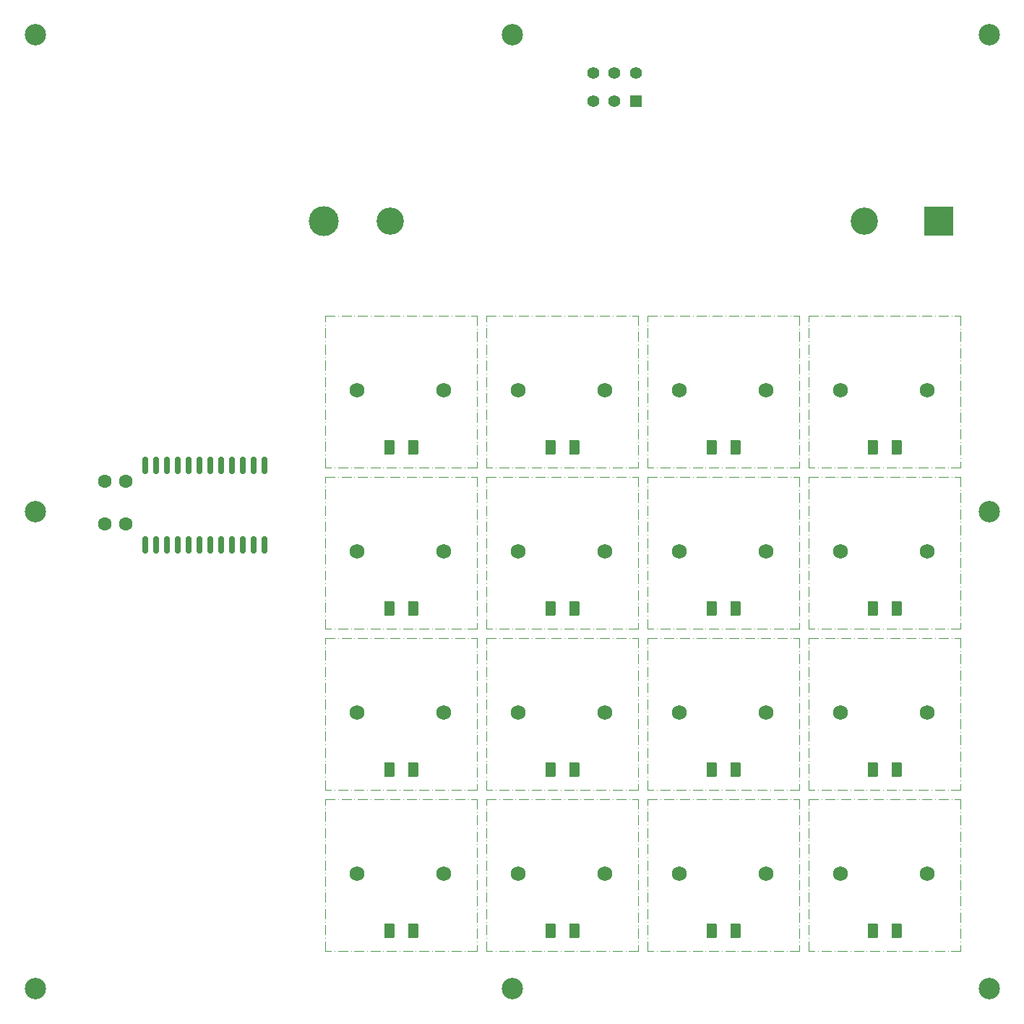
<source format=gbr>
%TF.GenerationSoftware,KiCad,Pcbnew,7.0.9*%
%TF.CreationDate,2024-05-12T14:32:29+05:30*%
%TF.ProjectId,Analog_Macropad,416e616c-6f67-45f4-9d61-63726f706164,rev?*%
%TF.SameCoordinates,Original*%
%TF.FileFunction,Soldermask,Top*%
%TF.FilePolarity,Negative*%
%FSLAX46Y46*%
G04 Gerber Fmt 4.6, Leading zero omitted, Abs format (unit mm)*
G04 Created by KiCad (PCBNEW 7.0.9) date 2024-05-12 14:32:29*
%MOMM*%
%LPD*%
G01*
G04 APERTURE LIST*
G04 Aperture macros list*
%AMRoundRect*
0 Rectangle with rounded corners*
0 $1 Rounding radius*
0 $2 $3 $4 $5 $6 $7 $8 $9 X,Y pos of 4 corners*
0 Add a 4 corners polygon primitive as box body*
4,1,4,$2,$3,$4,$5,$6,$7,$8,$9,$2,$3,0*
0 Add four circle primitives for the rounded corners*
1,1,$1+$1,$2,$3*
1,1,$1+$1,$4,$5*
1,1,$1+$1,$6,$7*
1,1,$1+$1,$8,$9*
0 Add four rect primitives between the rounded corners*
20,1,$1+$1,$2,$3,$4,$5,0*
20,1,$1+$1,$4,$5,$6,$7,0*
20,1,$1+$1,$6,$7,$8,$9,0*
20,1,$1+$1,$8,$9,$2,$3,0*%
G04 Aperture macros list end*
%ADD10C,0.100000*%
%ADD11C,2.500000*%
%ADD12C,1.750000*%
%ADD13RoundRect,0.250000X-0.375000X-0.625000X0.375000X-0.625000X0.375000X0.625000X-0.375000X0.625000X0*%
%ADD14C,1.600000*%
%ADD15RoundRect,0.150000X-0.150000X0.875000X-0.150000X-0.875000X0.150000X-0.875000X0.150000X0.875000X0*%
%ADD16R,1.400000X1.400000*%
%ADD17C,1.400000*%
%ADD18C,3.500000*%
%ADD19R,3.500000X3.500000*%
%ADD20C,3.200000*%
G04 APERTURE END LIST*
D10*
%TO.C,U7*%
X68850000Y-68090000D02*
X69950000Y-68090000D01*
X70350000Y-68090000D02*
X70350000Y-68090000D01*
X70750000Y-68090000D02*
X71850000Y-68090000D01*
X72250000Y-68090000D02*
X72250000Y-68090000D01*
X72650000Y-68090000D02*
X73750000Y-68090000D01*
X74150000Y-68090000D02*
X74150000Y-68090000D01*
X74550000Y-68090000D02*
X75650000Y-68090000D01*
X76050000Y-68090000D02*
X76050000Y-68090000D01*
X76450000Y-68090000D02*
X77550000Y-68090000D01*
X77950000Y-68090000D02*
X77950000Y-68090000D01*
X78350000Y-68090000D02*
X79450000Y-68090000D01*
X79850000Y-68090000D02*
X79850000Y-68090000D01*
X80250000Y-68090000D02*
X81350000Y-68090000D01*
X81750000Y-68090000D02*
X81750000Y-68090000D01*
X82150000Y-68090000D02*
X83250000Y-68090000D01*
X83650000Y-68090000D02*
X83650000Y-68090000D01*
X84050000Y-68090000D02*
X85150000Y-68090000D01*
X85550000Y-68090000D02*
X85550000Y-68090000D01*
X85950000Y-68090000D02*
X86630000Y-68090000D01*
X86630000Y-68090000D02*
X86630000Y-69190000D01*
X86630000Y-69590000D02*
X86630000Y-69590000D01*
X86630000Y-69990000D02*
X86630000Y-71090000D01*
X86630000Y-71490000D02*
X86630000Y-71490000D01*
X86630000Y-71890000D02*
X86630000Y-72990000D01*
X86630000Y-73390000D02*
X86630000Y-73390000D01*
X86630000Y-73790000D02*
X86630000Y-74890000D01*
X86630000Y-75290000D02*
X86630000Y-75290000D01*
X86630000Y-75690000D02*
X86630000Y-76790000D01*
X86630000Y-77190000D02*
X86630000Y-77190000D01*
X86630000Y-77590000D02*
X86630000Y-78690000D01*
X86630000Y-79090000D02*
X86630000Y-79090000D01*
X86630000Y-79490000D02*
X86630000Y-80590000D01*
X86630000Y-80990000D02*
X86630000Y-80990000D01*
X86630000Y-81390000D02*
X86630000Y-82490000D01*
X86630000Y-82890000D02*
X86630000Y-82890000D01*
X86630000Y-83290000D02*
X86630000Y-84390000D01*
X86630000Y-84790000D02*
X86630000Y-84790000D01*
X86630000Y-85190000D02*
X86630000Y-85870000D01*
X86630000Y-85870000D02*
X85530000Y-85870000D01*
X85130000Y-85870000D02*
X85130000Y-85870000D01*
X84730000Y-85870000D02*
X83630000Y-85870000D01*
X83230000Y-85870000D02*
X83230000Y-85870000D01*
X82830000Y-85870000D02*
X81730000Y-85870000D01*
X81330000Y-85870000D02*
X81330000Y-85870000D01*
X80930000Y-85870000D02*
X79830000Y-85870000D01*
X79430000Y-85870000D02*
X79430000Y-85870000D01*
X79030000Y-85870000D02*
X77930000Y-85870000D01*
X77530000Y-85870000D02*
X77530000Y-85870000D01*
X77130000Y-85870000D02*
X76030000Y-85870000D01*
X75630000Y-85870000D02*
X75630000Y-85870000D01*
X75230000Y-85870000D02*
X74130000Y-85870000D01*
X73730000Y-85870000D02*
X73730000Y-85870000D01*
X73330000Y-85870000D02*
X72230000Y-85870000D01*
X71830000Y-85870000D02*
X71830000Y-85870000D01*
X71430000Y-85870000D02*
X70330000Y-85870000D01*
X69930000Y-85870000D02*
X69930000Y-85870000D01*
X69530000Y-85870000D02*
X68850000Y-85870000D01*
X68850000Y-85870000D02*
X68850000Y-84770000D01*
X68850000Y-84370000D02*
X68850000Y-84370000D01*
X68850000Y-83970000D02*
X68850000Y-82870000D01*
X68850000Y-82470000D02*
X68850000Y-82470000D01*
X68850000Y-82070000D02*
X68850000Y-80970000D01*
X68850000Y-80570000D02*
X68850000Y-80570000D01*
X68850000Y-80170000D02*
X68850000Y-79070000D01*
X68850000Y-78670000D02*
X68850000Y-78670000D01*
X68850000Y-78270000D02*
X68850000Y-77170000D01*
X68850000Y-76770000D02*
X68850000Y-76770000D01*
X68850000Y-76370000D02*
X68850000Y-75270000D01*
X68850000Y-74870000D02*
X68850000Y-74870000D01*
X68850000Y-74470000D02*
X68850000Y-73370000D01*
X68850000Y-72970000D02*
X68850000Y-72970000D01*
X68850000Y-72570000D02*
X68850000Y-71470000D01*
X68850000Y-71070000D02*
X68850000Y-71070000D01*
X68850000Y-70670000D02*
X68850000Y-69570000D01*
X68850000Y-69170000D02*
X68850000Y-69170000D01*
X68850000Y-68770000D02*
X68850000Y-68090000D01*
%TO.C,U6*%
X49970000Y-68090000D02*
X51070000Y-68090000D01*
X51470000Y-68090000D02*
X51470000Y-68090000D01*
X51870000Y-68090000D02*
X52970000Y-68090000D01*
X53370000Y-68090000D02*
X53370000Y-68090000D01*
X53770000Y-68090000D02*
X54870000Y-68090000D01*
X55270000Y-68090000D02*
X55270000Y-68090000D01*
X55670000Y-68090000D02*
X56770000Y-68090000D01*
X57170000Y-68090000D02*
X57170000Y-68090000D01*
X57570000Y-68090000D02*
X58670000Y-68090000D01*
X59070000Y-68090000D02*
X59070000Y-68090000D01*
X59470000Y-68090000D02*
X60570000Y-68090000D01*
X60970000Y-68090000D02*
X60970000Y-68090000D01*
X61370000Y-68090000D02*
X62470000Y-68090000D01*
X62870000Y-68090000D02*
X62870000Y-68090000D01*
X63270000Y-68090000D02*
X64370000Y-68090000D01*
X64770000Y-68090000D02*
X64770000Y-68090000D01*
X65170000Y-68090000D02*
X66270000Y-68090000D01*
X66670000Y-68090000D02*
X66670000Y-68090000D01*
X67070000Y-68090000D02*
X67750000Y-68090000D01*
X67750000Y-68090000D02*
X67750000Y-69190000D01*
X67750000Y-69590000D02*
X67750000Y-69590000D01*
X67750000Y-69990000D02*
X67750000Y-71090000D01*
X67750000Y-71490000D02*
X67750000Y-71490000D01*
X67750000Y-71890000D02*
X67750000Y-72990000D01*
X67750000Y-73390000D02*
X67750000Y-73390000D01*
X67750000Y-73790000D02*
X67750000Y-74890000D01*
X67750000Y-75290000D02*
X67750000Y-75290000D01*
X67750000Y-75690000D02*
X67750000Y-76790000D01*
X67750000Y-77190000D02*
X67750000Y-77190000D01*
X67750000Y-77590000D02*
X67750000Y-78690000D01*
X67750000Y-79090000D02*
X67750000Y-79090000D01*
X67750000Y-79490000D02*
X67750000Y-80590000D01*
X67750000Y-80990000D02*
X67750000Y-80990000D01*
X67750000Y-81390000D02*
X67750000Y-82490000D01*
X67750000Y-82890000D02*
X67750000Y-82890000D01*
X67750000Y-83290000D02*
X67750000Y-84390000D01*
X67750000Y-84790000D02*
X67750000Y-84790000D01*
X67750000Y-85190000D02*
X67750000Y-85870000D01*
X67750000Y-85870000D02*
X66650000Y-85870000D01*
X66250000Y-85870000D02*
X66250000Y-85870000D01*
X65850000Y-85870000D02*
X64750000Y-85870000D01*
X64350000Y-85870000D02*
X64350000Y-85870000D01*
X63950000Y-85870000D02*
X62850000Y-85870000D01*
X62450000Y-85870000D02*
X62450000Y-85870000D01*
X62050000Y-85870000D02*
X60950000Y-85870000D01*
X60550000Y-85870000D02*
X60550000Y-85870000D01*
X60150000Y-85870000D02*
X59050000Y-85870000D01*
X58650000Y-85870000D02*
X58650000Y-85870000D01*
X58250000Y-85870000D02*
X57150000Y-85870000D01*
X56750000Y-85870000D02*
X56750000Y-85870000D01*
X56350000Y-85870000D02*
X55250000Y-85870000D01*
X54850000Y-85870000D02*
X54850000Y-85870000D01*
X54450000Y-85870000D02*
X53350000Y-85870000D01*
X52950000Y-85870000D02*
X52950000Y-85870000D01*
X52550000Y-85870000D02*
X51450000Y-85870000D01*
X51050000Y-85870000D02*
X51050000Y-85870000D01*
X50650000Y-85870000D02*
X49970000Y-85870000D01*
X49970000Y-85870000D02*
X49970000Y-84770000D01*
X49970000Y-84370000D02*
X49970000Y-84370000D01*
X49970000Y-83970000D02*
X49970000Y-82870000D01*
X49970000Y-82470000D02*
X49970000Y-82470000D01*
X49970000Y-82070000D02*
X49970000Y-80970000D01*
X49970000Y-80570000D02*
X49970000Y-80570000D01*
X49970000Y-80170000D02*
X49970000Y-79070000D01*
X49970000Y-78670000D02*
X49970000Y-78670000D01*
X49970000Y-78270000D02*
X49970000Y-77170000D01*
X49970000Y-76770000D02*
X49970000Y-76770000D01*
X49970000Y-76370000D02*
X49970000Y-75270000D01*
X49970000Y-74870000D02*
X49970000Y-74870000D01*
X49970000Y-74470000D02*
X49970000Y-73370000D01*
X49970000Y-72970000D02*
X49970000Y-72970000D01*
X49970000Y-72570000D02*
X49970000Y-71470000D01*
X49970000Y-71070000D02*
X49970000Y-71070000D01*
X49970000Y-70670000D02*
X49970000Y-69570000D01*
X49970000Y-69170000D02*
X49970000Y-69170000D01*
X49970000Y-68770000D02*
X49970000Y-68090000D01*
%TO.C,U4*%
X87730000Y-49210000D02*
X88830000Y-49210000D01*
X89230000Y-49210000D02*
X89230000Y-49210000D01*
X89630000Y-49210000D02*
X90730000Y-49210000D01*
X91130000Y-49210000D02*
X91130000Y-49210000D01*
X91530000Y-49210000D02*
X92630000Y-49210000D01*
X93030000Y-49210000D02*
X93030000Y-49210000D01*
X93430000Y-49210000D02*
X94530000Y-49210000D01*
X94930000Y-49210000D02*
X94930000Y-49210000D01*
X95330000Y-49210000D02*
X96430000Y-49210000D01*
X96830000Y-49210000D02*
X96830000Y-49210000D01*
X97230000Y-49210000D02*
X98330000Y-49210000D01*
X98730000Y-49210000D02*
X98730000Y-49210000D01*
X99130000Y-49210000D02*
X100230000Y-49210000D01*
X100630000Y-49210000D02*
X100630000Y-49210000D01*
X101030000Y-49210000D02*
X102130000Y-49210000D01*
X102530000Y-49210000D02*
X102530000Y-49210000D01*
X102930000Y-49210000D02*
X104030000Y-49210000D01*
X104430000Y-49210000D02*
X104430000Y-49210000D01*
X104830000Y-49210000D02*
X105510000Y-49210000D01*
X105510000Y-49210000D02*
X105510000Y-50310000D01*
X105510000Y-50710000D02*
X105510000Y-50710000D01*
X105510000Y-51110000D02*
X105510000Y-52210000D01*
X105510000Y-52610000D02*
X105510000Y-52610000D01*
X105510000Y-53010000D02*
X105510000Y-54110000D01*
X105510000Y-54510000D02*
X105510000Y-54510000D01*
X105510000Y-54910000D02*
X105510000Y-56010000D01*
X105510000Y-56410000D02*
X105510000Y-56410000D01*
X105510000Y-56810000D02*
X105510000Y-57910000D01*
X105510000Y-58310000D02*
X105510000Y-58310000D01*
X105510000Y-58710000D02*
X105510000Y-59810000D01*
X105510000Y-60210000D02*
X105510000Y-60210000D01*
X105510000Y-60610000D02*
X105510000Y-61710000D01*
X105510000Y-62110000D02*
X105510000Y-62110000D01*
X105510000Y-62510000D02*
X105510000Y-63610000D01*
X105510000Y-64010000D02*
X105510000Y-64010000D01*
X105510000Y-64410000D02*
X105510000Y-65510000D01*
X105510000Y-65910000D02*
X105510000Y-65910000D01*
X105510000Y-66310000D02*
X105510000Y-66990000D01*
X105510000Y-66990000D02*
X104410000Y-66990000D01*
X104010000Y-66990000D02*
X104010000Y-66990000D01*
X103610000Y-66990000D02*
X102510000Y-66990000D01*
X102110000Y-66990000D02*
X102110000Y-66990000D01*
X101710000Y-66990000D02*
X100610000Y-66990000D01*
X100210000Y-66990000D02*
X100210000Y-66990000D01*
X99810000Y-66990000D02*
X98710000Y-66990000D01*
X98310000Y-66990000D02*
X98310000Y-66990000D01*
X97910000Y-66990000D02*
X96810000Y-66990000D01*
X96410000Y-66990000D02*
X96410000Y-66990000D01*
X96010000Y-66990000D02*
X94910000Y-66990000D01*
X94510000Y-66990000D02*
X94510000Y-66990000D01*
X94110000Y-66990000D02*
X93010000Y-66990000D01*
X92610000Y-66990000D02*
X92610000Y-66990000D01*
X92210000Y-66990000D02*
X91110000Y-66990000D01*
X90710000Y-66990000D02*
X90710000Y-66990000D01*
X90310000Y-66990000D02*
X89210000Y-66990000D01*
X88810000Y-66990000D02*
X88810000Y-66990000D01*
X88410000Y-66990000D02*
X87730000Y-66990000D01*
X87730000Y-66990000D02*
X87730000Y-65890000D01*
X87730000Y-65490000D02*
X87730000Y-65490000D01*
X87730000Y-65090000D02*
X87730000Y-63990000D01*
X87730000Y-63590000D02*
X87730000Y-63590000D01*
X87730000Y-63190000D02*
X87730000Y-62090000D01*
X87730000Y-61690000D02*
X87730000Y-61690000D01*
X87730000Y-61290000D02*
X87730000Y-60190000D01*
X87730000Y-59790000D02*
X87730000Y-59790000D01*
X87730000Y-59390000D02*
X87730000Y-58290000D01*
X87730000Y-57890000D02*
X87730000Y-57890000D01*
X87730000Y-57490000D02*
X87730000Y-56390000D01*
X87730000Y-55990000D02*
X87730000Y-55990000D01*
X87730000Y-55590000D02*
X87730000Y-54490000D01*
X87730000Y-54090000D02*
X87730000Y-54090000D01*
X87730000Y-53690000D02*
X87730000Y-52590000D01*
X87730000Y-52190000D02*
X87730000Y-52190000D01*
X87730000Y-51790000D02*
X87730000Y-50690000D01*
X87730000Y-50290000D02*
X87730000Y-50290000D01*
X87730000Y-49890000D02*
X87730000Y-49210000D01*
%TO.C,U3*%
X68850000Y-49210000D02*
X69950000Y-49210000D01*
X70350000Y-49210000D02*
X70350000Y-49210000D01*
X70750000Y-49210000D02*
X71850000Y-49210000D01*
X72250000Y-49210000D02*
X72250000Y-49210000D01*
X72650000Y-49210000D02*
X73750000Y-49210000D01*
X74150000Y-49210000D02*
X74150000Y-49210000D01*
X74550000Y-49210000D02*
X75650000Y-49210000D01*
X76050000Y-49210000D02*
X76050000Y-49210000D01*
X76450000Y-49210000D02*
X77550000Y-49210000D01*
X77950000Y-49210000D02*
X77950000Y-49210000D01*
X78350000Y-49210000D02*
X79450000Y-49210000D01*
X79850000Y-49210000D02*
X79850000Y-49210000D01*
X80250000Y-49210000D02*
X81350000Y-49210000D01*
X81750000Y-49210000D02*
X81750000Y-49210000D01*
X82150000Y-49210000D02*
X83250000Y-49210000D01*
X83650000Y-49210000D02*
X83650000Y-49210000D01*
X84050000Y-49210000D02*
X85150000Y-49210000D01*
X85550000Y-49210000D02*
X85550000Y-49210000D01*
X85950000Y-49210000D02*
X86630000Y-49210000D01*
X86630000Y-49210000D02*
X86630000Y-50310000D01*
X86630000Y-50710000D02*
X86630000Y-50710000D01*
X86630000Y-51110000D02*
X86630000Y-52210000D01*
X86630000Y-52610000D02*
X86630000Y-52610000D01*
X86630000Y-53010000D02*
X86630000Y-54110000D01*
X86630000Y-54510000D02*
X86630000Y-54510000D01*
X86630000Y-54910000D02*
X86630000Y-56010000D01*
X86630000Y-56410000D02*
X86630000Y-56410000D01*
X86630000Y-56810000D02*
X86630000Y-57910000D01*
X86630000Y-58310000D02*
X86630000Y-58310000D01*
X86630000Y-58710000D02*
X86630000Y-59810000D01*
X86630000Y-60210000D02*
X86630000Y-60210000D01*
X86630000Y-60610000D02*
X86630000Y-61710000D01*
X86630000Y-62110000D02*
X86630000Y-62110000D01*
X86630000Y-62510000D02*
X86630000Y-63610000D01*
X86630000Y-64010000D02*
X86630000Y-64010000D01*
X86630000Y-64410000D02*
X86630000Y-65510000D01*
X86630000Y-65910000D02*
X86630000Y-65910000D01*
X86630000Y-66310000D02*
X86630000Y-66990000D01*
X86630000Y-66990000D02*
X85530000Y-66990000D01*
X85130000Y-66990000D02*
X85130000Y-66990000D01*
X84730000Y-66990000D02*
X83630000Y-66990000D01*
X83230000Y-66990000D02*
X83230000Y-66990000D01*
X82830000Y-66990000D02*
X81730000Y-66990000D01*
X81330000Y-66990000D02*
X81330000Y-66990000D01*
X80930000Y-66990000D02*
X79830000Y-66990000D01*
X79430000Y-66990000D02*
X79430000Y-66990000D01*
X79030000Y-66990000D02*
X77930000Y-66990000D01*
X77530000Y-66990000D02*
X77530000Y-66990000D01*
X77130000Y-66990000D02*
X76030000Y-66990000D01*
X75630000Y-66990000D02*
X75630000Y-66990000D01*
X75230000Y-66990000D02*
X74130000Y-66990000D01*
X73730000Y-66990000D02*
X73730000Y-66990000D01*
X73330000Y-66990000D02*
X72230000Y-66990000D01*
X71830000Y-66990000D02*
X71830000Y-66990000D01*
X71430000Y-66990000D02*
X70330000Y-66990000D01*
X69930000Y-66990000D02*
X69930000Y-66990000D01*
X69530000Y-66990000D02*
X68850000Y-66990000D01*
X68850000Y-66990000D02*
X68850000Y-65890000D01*
X68850000Y-65490000D02*
X68850000Y-65490000D01*
X68850000Y-65090000D02*
X68850000Y-63990000D01*
X68850000Y-63590000D02*
X68850000Y-63590000D01*
X68850000Y-63190000D02*
X68850000Y-62090000D01*
X68850000Y-61690000D02*
X68850000Y-61690000D01*
X68850000Y-61290000D02*
X68850000Y-60190000D01*
X68850000Y-59790000D02*
X68850000Y-59790000D01*
X68850000Y-59390000D02*
X68850000Y-58290000D01*
X68850000Y-57890000D02*
X68850000Y-57890000D01*
X68850000Y-57490000D02*
X68850000Y-56390000D01*
X68850000Y-55990000D02*
X68850000Y-55990000D01*
X68850000Y-55590000D02*
X68850000Y-54490000D01*
X68850000Y-54090000D02*
X68850000Y-54090000D01*
X68850000Y-53690000D02*
X68850000Y-52590000D01*
X68850000Y-52190000D02*
X68850000Y-52190000D01*
X68850000Y-51790000D02*
X68850000Y-50690000D01*
X68850000Y-50290000D02*
X68850000Y-50290000D01*
X68850000Y-49890000D02*
X68850000Y-49210000D01*
%TO.C,U2*%
X49970000Y-49210000D02*
X51070000Y-49210000D01*
X51470000Y-49210000D02*
X51470000Y-49210000D01*
X51870000Y-49210000D02*
X52970000Y-49210000D01*
X53370000Y-49210000D02*
X53370000Y-49210000D01*
X53770000Y-49210000D02*
X54870000Y-49210000D01*
X55270000Y-49210000D02*
X55270000Y-49210000D01*
X55670000Y-49210000D02*
X56770000Y-49210000D01*
X57170000Y-49210000D02*
X57170000Y-49210000D01*
X57570000Y-49210000D02*
X58670000Y-49210000D01*
X59070000Y-49210000D02*
X59070000Y-49210000D01*
X59470000Y-49210000D02*
X60570000Y-49210000D01*
X60970000Y-49210000D02*
X60970000Y-49210000D01*
X61370000Y-49210000D02*
X62470000Y-49210000D01*
X62870000Y-49210000D02*
X62870000Y-49210000D01*
X63270000Y-49210000D02*
X64370000Y-49210000D01*
X64770000Y-49210000D02*
X64770000Y-49210000D01*
X65170000Y-49210000D02*
X66270000Y-49210000D01*
X66670000Y-49210000D02*
X66670000Y-49210000D01*
X67070000Y-49210000D02*
X67750000Y-49210000D01*
X67750000Y-49210000D02*
X67750000Y-50310000D01*
X67750000Y-50710000D02*
X67750000Y-50710000D01*
X67750000Y-51110000D02*
X67750000Y-52210000D01*
X67750000Y-52610000D02*
X67750000Y-52610000D01*
X67750000Y-53010000D02*
X67750000Y-54110000D01*
X67750000Y-54510000D02*
X67750000Y-54510000D01*
X67750000Y-54910000D02*
X67750000Y-56010000D01*
X67750000Y-56410000D02*
X67750000Y-56410000D01*
X67750000Y-56810000D02*
X67750000Y-57910000D01*
X67750000Y-58310000D02*
X67750000Y-58310000D01*
X67750000Y-58710000D02*
X67750000Y-59810000D01*
X67750000Y-60210000D02*
X67750000Y-60210000D01*
X67750000Y-60610000D02*
X67750000Y-61710000D01*
X67750000Y-62110000D02*
X67750000Y-62110000D01*
X67750000Y-62510000D02*
X67750000Y-63610000D01*
X67750000Y-64010000D02*
X67750000Y-64010000D01*
X67750000Y-64410000D02*
X67750000Y-65510000D01*
X67750000Y-65910000D02*
X67750000Y-65910000D01*
X67750000Y-66310000D02*
X67750000Y-66990000D01*
X67750000Y-66990000D02*
X66650000Y-66990000D01*
X66250000Y-66990000D02*
X66250000Y-66990000D01*
X65850000Y-66990000D02*
X64750000Y-66990000D01*
X64350000Y-66990000D02*
X64350000Y-66990000D01*
X63950000Y-66990000D02*
X62850000Y-66990000D01*
X62450000Y-66990000D02*
X62450000Y-66990000D01*
X62050000Y-66990000D02*
X60950000Y-66990000D01*
X60550000Y-66990000D02*
X60550000Y-66990000D01*
X60150000Y-66990000D02*
X59050000Y-66990000D01*
X58650000Y-66990000D02*
X58650000Y-66990000D01*
X58250000Y-66990000D02*
X57150000Y-66990000D01*
X56750000Y-66990000D02*
X56750000Y-66990000D01*
X56350000Y-66990000D02*
X55250000Y-66990000D01*
X54850000Y-66990000D02*
X54850000Y-66990000D01*
X54450000Y-66990000D02*
X53350000Y-66990000D01*
X52950000Y-66990000D02*
X52950000Y-66990000D01*
X52550000Y-66990000D02*
X51450000Y-66990000D01*
X51050000Y-66990000D02*
X51050000Y-66990000D01*
X50650000Y-66990000D02*
X49970000Y-66990000D01*
X49970000Y-66990000D02*
X49970000Y-65890000D01*
X49970000Y-65490000D02*
X49970000Y-65490000D01*
X49970000Y-65090000D02*
X49970000Y-63990000D01*
X49970000Y-63590000D02*
X49970000Y-63590000D01*
X49970000Y-63190000D02*
X49970000Y-62090000D01*
X49970000Y-61690000D02*
X49970000Y-61690000D01*
X49970000Y-61290000D02*
X49970000Y-60190000D01*
X49970000Y-59790000D02*
X49970000Y-59790000D01*
X49970000Y-59390000D02*
X49970000Y-58290000D01*
X49970000Y-57890000D02*
X49970000Y-57890000D01*
X49970000Y-57490000D02*
X49970000Y-56390000D01*
X49970000Y-55990000D02*
X49970000Y-55990000D01*
X49970000Y-55590000D02*
X49970000Y-54490000D01*
X49970000Y-54090000D02*
X49970000Y-54090000D01*
X49970000Y-53690000D02*
X49970000Y-52590000D01*
X49970000Y-52190000D02*
X49970000Y-52190000D01*
X49970000Y-51790000D02*
X49970000Y-50690000D01*
X49970000Y-50290000D02*
X49970000Y-50290000D01*
X49970000Y-49890000D02*
X49970000Y-49210000D01*
%TO.C,U17*%
X49970000Y-105850000D02*
X51070000Y-105850000D01*
X51470000Y-105850000D02*
X51470000Y-105850000D01*
X51870000Y-105850000D02*
X52970000Y-105850000D01*
X53370000Y-105850000D02*
X53370000Y-105850000D01*
X53770000Y-105850000D02*
X54870000Y-105850000D01*
X55270000Y-105850000D02*
X55270000Y-105850000D01*
X55670000Y-105850000D02*
X56770000Y-105850000D01*
X57170000Y-105850000D02*
X57170000Y-105850000D01*
X57570000Y-105850000D02*
X58670000Y-105850000D01*
X59070000Y-105850000D02*
X59070000Y-105850000D01*
X59470000Y-105850000D02*
X60570000Y-105850000D01*
X60970000Y-105850000D02*
X60970000Y-105850000D01*
X61370000Y-105850000D02*
X62470000Y-105850000D01*
X62870000Y-105850000D02*
X62870000Y-105850000D01*
X63270000Y-105850000D02*
X64370000Y-105850000D01*
X64770000Y-105850000D02*
X64770000Y-105850000D01*
X65170000Y-105850000D02*
X66270000Y-105850000D01*
X66670000Y-105850000D02*
X66670000Y-105850000D01*
X67070000Y-105850000D02*
X67750000Y-105850000D01*
X67750000Y-105850000D02*
X67750000Y-106950000D01*
X67750000Y-107350000D02*
X67750000Y-107350000D01*
X67750000Y-107750000D02*
X67750000Y-108850000D01*
X67750000Y-109250000D02*
X67750000Y-109250000D01*
X67750000Y-109650000D02*
X67750000Y-110750000D01*
X67750000Y-111150000D02*
X67750000Y-111150000D01*
X67750000Y-111550000D02*
X67750000Y-112650000D01*
X67750000Y-113050000D02*
X67750000Y-113050000D01*
X67750000Y-113450000D02*
X67750000Y-114550000D01*
X67750000Y-114950000D02*
X67750000Y-114950000D01*
X67750000Y-115350000D02*
X67750000Y-116450000D01*
X67750000Y-116850000D02*
X67750000Y-116850000D01*
X67750000Y-117250000D02*
X67750000Y-118350000D01*
X67750000Y-118750000D02*
X67750000Y-118750000D01*
X67750000Y-119150000D02*
X67750000Y-120250000D01*
X67750000Y-120650000D02*
X67750000Y-120650000D01*
X67750000Y-121050000D02*
X67750000Y-122150000D01*
X67750000Y-122550000D02*
X67750000Y-122550000D01*
X67750000Y-122950000D02*
X67750000Y-123630000D01*
X67750000Y-123630000D02*
X66650000Y-123630000D01*
X66250000Y-123630000D02*
X66250000Y-123630000D01*
X65850000Y-123630000D02*
X64750000Y-123630000D01*
X64350000Y-123630000D02*
X64350000Y-123630000D01*
X63950000Y-123630000D02*
X62850000Y-123630000D01*
X62450000Y-123630000D02*
X62450000Y-123630000D01*
X62050000Y-123630000D02*
X60950000Y-123630000D01*
X60550000Y-123630000D02*
X60550000Y-123630000D01*
X60150000Y-123630000D02*
X59050000Y-123630000D01*
X58650000Y-123630000D02*
X58650000Y-123630000D01*
X58250000Y-123630000D02*
X57150000Y-123630000D01*
X56750000Y-123630000D02*
X56750000Y-123630000D01*
X56350000Y-123630000D02*
X55250000Y-123630000D01*
X54850000Y-123630000D02*
X54850000Y-123630000D01*
X54450000Y-123630000D02*
X53350000Y-123630000D01*
X52950000Y-123630000D02*
X52950000Y-123630000D01*
X52550000Y-123630000D02*
X51450000Y-123630000D01*
X51050000Y-123630000D02*
X51050000Y-123630000D01*
X50650000Y-123630000D02*
X49970000Y-123630000D01*
X49970000Y-123630000D02*
X49970000Y-122530000D01*
X49970000Y-122130000D02*
X49970000Y-122130000D01*
X49970000Y-121730000D02*
X49970000Y-120630000D01*
X49970000Y-120230000D02*
X49970000Y-120230000D01*
X49970000Y-119830000D02*
X49970000Y-118730000D01*
X49970000Y-118330000D02*
X49970000Y-118330000D01*
X49970000Y-117930000D02*
X49970000Y-116830000D01*
X49970000Y-116430000D02*
X49970000Y-116430000D01*
X49970000Y-116030000D02*
X49970000Y-114930000D01*
X49970000Y-114530000D02*
X49970000Y-114530000D01*
X49970000Y-114130000D02*
X49970000Y-113030000D01*
X49970000Y-112630000D02*
X49970000Y-112630000D01*
X49970000Y-112230000D02*
X49970000Y-111130000D01*
X49970000Y-110730000D02*
X49970000Y-110730000D01*
X49970000Y-110330000D02*
X49970000Y-109230000D01*
X49970000Y-108830000D02*
X49970000Y-108830000D01*
X49970000Y-108430000D02*
X49970000Y-107330000D01*
X49970000Y-106930000D02*
X49970000Y-106930000D01*
X49970000Y-106530000D02*
X49970000Y-105850000D01*
%TO.C,U8*%
X87730000Y-68090000D02*
X88830000Y-68090000D01*
X89230000Y-68090000D02*
X89230000Y-68090000D01*
X89630000Y-68090000D02*
X90730000Y-68090000D01*
X91130000Y-68090000D02*
X91130000Y-68090000D01*
X91530000Y-68090000D02*
X92630000Y-68090000D01*
X93030000Y-68090000D02*
X93030000Y-68090000D01*
X93430000Y-68090000D02*
X94530000Y-68090000D01*
X94930000Y-68090000D02*
X94930000Y-68090000D01*
X95330000Y-68090000D02*
X96430000Y-68090000D01*
X96830000Y-68090000D02*
X96830000Y-68090000D01*
X97230000Y-68090000D02*
X98330000Y-68090000D01*
X98730000Y-68090000D02*
X98730000Y-68090000D01*
X99130000Y-68090000D02*
X100230000Y-68090000D01*
X100630000Y-68090000D02*
X100630000Y-68090000D01*
X101030000Y-68090000D02*
X102130000Y-68090000D01*
X102530000Y-68090000D02*
X102530000Y-68090000D01*
X102930000Y-68090000D02*
X104030000Y-68090000D01*
X104430000Y-68090000D02*
X104430000Y-68090000D01*
X104830000Y-68090000D02*
X105510000Y-68090000D01*
X105510000Y-68090000D02*
X105510000Y-69190000D01*
X105510000Y-69590000D02*
X105510000Y-69590000D01*
X105510000Y-69990000D02*
X105510000Y-71090000D01*
X105510000Y-71490000D02*
X105510000Y-71490000D01*
X105510000Y-71890000D02*
X105510000Y-72990000D01*
X105510000Y-73390000D02*
X105510000Y-73390000D01*
X105510000Y-73790000D02*
X105510000Y-74890000D01*
X105510000Y-75290000D02*
X105510000Y-75290000D01*
X105510000Y-75690000D02*
X105510000Y-76790000D01*
X105510000Y-77190000D02*
X105510000Y-77190000D01*
X105510000Y-77590000D02*
X105510000Y-78690000D01*
X105510000Y-79090000D02*
X105510000Y-79090000D01*
X105510000Y-79490000D02*
X105510000Y-80590000D01*
X105510000Y-80990000D02*
X105510000Y-80990000D01*
X105510000Y-81390000D02*
X105510000Y-82490000D01*
X105510000Y-82890000D02*
X105510000Y-82890000D01*
X105510000Y-83290000D02*
X105510000Y-84390000D01*
X105510000Y-84790000D02*
X105510000Y-84790000D01*
X105510000Y-85190000D02*
X105510000Y-85870000D01*
X105510000Y-85870000D02*
X104410000Y-85870000D01*
X104010000Y-85870000D02*
X104010000Y-85870000D01*
X103610000Y-85870000D02*
X102510000Y-85870000D01*
X102110000Y-85870000D02*
X102110000Y-85870000D01*
X101710000Y-85870000D02*
X100610000Y-85870000D01*
X100210000Y-85870000D02*
X100210000Y-85870000D01*
X99810000Y-85870000D02*
X98710000Y-85870000D01*
X98310000Y-85870000D02*
X98310000Y-85870000D01*
X97910000Y-85870000D02*
X96810000Y-85870000D01*
X96410000Y-85870000D02*
X96410000Y-85870000D01*
X96010000Y-85870000D02*
X94910000Y-85870000D01*
X94510000Y-85870000D02*
X94510000Y-85870000D01*
X94110000Y-85870000D02*
X93010000Y-85870000D01*
X92610000Y-85870000D02*
X92610000Y-85870000D01*
X92210000Y-85870000D02*
X91110000Y-85870000D01*
X90710000Y-85870000D02*
X90710000Y-85870000D01*
X90310000Y-85870000D02*
X89210000Y-85870000D01*
X88810000Y-85870000D02*
X88810000Y-85870000D01*
X88410000Y-85870000D02*
X87730000Y-85870000D01*
X87730000Y-85870000D02*
X87730000Y-84770000D01*
X87730000Y-84370000D02*
X87730000Y-84370000D01*
X87730000Y-83970000D02*
X87730000Y-82870000D01*
X87730000Y-82470000D02*
X87730000Y-82470000D01*
X87730000Y-82070000D02*
X87730000Y-80970000D01*
X87730000Y-80570000D02*
X87730000Y-80570000D01*
X87730000Y-80170000D02*
X87730000Y-79070000D01*
X87730000Y-78670000D02*
X87730000Y-78670000D01*
X87730000Y-78270000D02*
X87730000Y-77170000D01*
X87730000Y-76770000D02*
X87730000Y-76770000D01*
X87730000Y-76370000D02*
X87730000Y-75270000D01*
X87730000Y-74870000D02*
X87730000Y-74870000D01*
X87730000Y-74470000D02*
X87730000Y-73370000D01*
X87730000Y-72970000D02*
X87730000Y-72970000D01*
X87730000Y-72570000D02*
X87730000Y-71470000D01*
X87730000Y-71070000D02*
X87730000Y-71070000D01*
X87730000Y-70670000D02*
X87730000Y-69570000D01*
X87730000Y-69170000D02*
X87730000Y-69170000D01*
X87730000Y-68770000D02*
X87730000Y-68090000D01*
%TO.C,U10*%
X106610000Y-86970000D02*
X107710000Y-86970000D01*
X108110000Y-86970000D02*
X108110000Y-86970000D01*
X108510000Y-86970000D02*
X109610000Y-86970000D01*
X110010000Y-86970000D02*
X110010000Y-86970000D01*
X110410000Y-86970000D02*
X111510000Y-86970000D01*
X111910000Y-86970000D02*
X111910000Y-86970000D01*
X112310000Y-86970000D02*
X113410000Y-86970000D01*
X113810000Y-86970000D02*
X113810000Y-86970000D01*
X114210000Y-86970000D02*
X115310000Y-86970000D01*
X115710000Y-86970000D02*
X115710000Y-86970000D01*
X116110000Y-86970000D02*
X117210000Y-86970000D01*
X117610000Y-86970000D02*
X117610000Y-86970000D01*
X118010000Y-86970000D02*
X119110000Y-86970000D01*
X119510000Y-86970000D02*
X119510000Y-86970000D01*
X119910000Y-86970000D02*
X121010000Y-86970000D01*
X121410000Y-86970000D02*
X121410000Y-86970000D01*
X121810000Y-86970000D02*
X122910000Y-86970000D01*
X123310000Y-86970000D02*
X123310000Y-86970000D01*
X123710000Y-86970000D02*
X124390000Y-86970000D01*
X124390000Y-86970000D02*
X124390000Y-88070000D01*
X124390000Y-88470000D02*
X124390000Y-88470000D01*
X124390000Y-88870000D02*
X124390000Y-89970000D01*
X124390000Y-90370000D02*
X124390000Y-90370000D01*
X124390000Y-90770000D02*
X124390000Y-91870000D01*
X124390000Y-92270000D02*
X124390000Y-92270000D01*
X124390000Y-92670000D02*
X124390000Y-93770000D01*
X124390000Y-94170000D02*
X124390000Y-94170000D01*
X124390000Y-94570000D02*
X124390000Y-95670000D01*
X124390000Y-96070000D02*
X124390000Y-96070000D01*
X124390000Y-96470000D02*
X124390000Y-97570000D01*
X124390000Y-97970000D02*
X124390000Y-97970000D01*
X124390000Y-98370000D02*
X124390000Y-99470000D01*
X124390000Y-99870000D02*
X124390000Y-99870000D01*
X124390000Y-100270000D02*
X124390000Y-101370000D01*
X124390000Y-101770000D02*
X124390000Y-101770000D01*
X124390000Y-102170000D02*
X124390000Y-103270000D01*
X124390000Y-103670000D02*
X124390000Y-103670000D01*
X124390000Y-104070000D02*
X124390000Y-104750000D01*
X124390000Y-104750000D02*
X123290000Y-104750000D01*
X122890000Y-104750000D02*
X122890000Y-104750000D01*
X122490000Y-104750000D02*
X121390000Y-104750000D01*
X120990000Y-104750000D02*
X120990000Y-104750000D01*
X120590000Y-104750000D02*
X119490000Y-104750000D01*
X119090000Y-104750000D02*
X119090000Y-104750000D01*
X118690000Y-104750000D02*
X117590000Y-104750000D01*
X117190000Y-104750000D02*
X117190000Y-104750000D01*
X116790000Y-104750000D02*
X115690000Y-104750000D01*
X115290000Y-104750000D02*
X115290000Y-104750000D01*
X114890000Y-104750000D02*
X113790000Y-104750000D01*
X113390000Y-104750000D02*
X113390000Y-104750000D01*
X112990000Y-104750000D02*
X111890000Y-104750000D01*
X111490000Y-104750000D02*
X111490000Y-104750000D01*
X111090000Y-104750000D02*
X109990000Y-104750000D01*
X109590000Y-104750000D02*
X109590000Y-104750000D01*
X109190000Y-104750000D02*
X108090000Y-104750000D01*
X107690000Y-104750000D02*
X107690000Y-104750000D01*
X107290000Y-104750000D02*
X106610000Y-104750000D01*
X106610000Y-104750000D02*
X106610000Y-103650000D01*
X106610000Y-103250000D02*
X106610000Y-103250000D01*
X106610000Y-102850000D02*
X106610000Y-101750000D01*
X106610000Y-101350000D02*
X106610000Y-101350000D01*
X106610000Y-100950000D02*
X106610000Y-99850000D01*
X106610000Y-99450000D02*
X106610000Y-99450000D01*
X106610000Y-99050000D02*
X106610000Y-97950000D01*
X106610000Y-97550000D02*
X106610000Y-97550000D01*
X106610000Y-97150000D02*
X106610000Y-96050000D01*
X106610000Y-95650000D02*
X106610000Y-95650000D01*
X106610000Y-95250000D02*
X106610000Y-94150000D01*
X106610000Y-93750000D02*
X106610000Y-93750000D01*
X106610000Y-93350000D02*
X106610000Y-92250000D01*
X106610000Y-91850000D02*
X106610000Y-91850000D01*
X106610000Y-91450000D02*
X106610000Y-90350000D01*
X106610000Y-89950000D02*
X106610000Y-89950000D01*
X106610000Y-89550000D02*
X106610000Y-88450000D01*
X106610000Y-88050000D02*
X106610000Y-88050000D01*
X106610000Y-87650000D02*
X106610000Y-86970000D01*
%TO.C,U14*%
X106610000Y-105850000D02*
X107710000Y-105850000D01*
X108110000Y-105850000D02*
X108110000Y-105850000D01*
X108510000Y-105850000D02*
X109610000Y-105850000D01*
X110010000Y-105850000D02*
X110010000Y-105850000D01*
X110410000Y-105850000D02*
X111510000Y-105850000D01*
X111910000Y-105850000D02*
X111910000Y-105850000D01*
X112310000Y-105850000D02*
X113410000Y-105850000D01*
X113810000Y-105850000D02*
X113810000Y-105850000D01*
X114210000Y-105850000D02*
X115310000Y-105850000D01*
X115710000Y-105850000D02*
X115710000Y-105850000D01*
X116110000Y-105850000D02*
X117210000Y-105850000D01*
X117610000Y-105850000D02*
X117610000Y-105850000D01*
X118010000Y-105850000D02*
X119110000Y-105850000D01*
X119510000Y-105850000D02*
X119510000Y-105850000D01*
X119910000Y-105850000D02*
X121010000Y-105850000D01*
X121410000Y-105850000D02*
X121410000Y-105850000D01*
X121810000Y-105850000D02*
X122910000Y-105850000D01*
X123310000Y-105850000D02*
X123310000Y-105850000D01*
X123710000Y-105850000D02*
X124390000Y-105850000D01*
X124390000Y-105850000D02*
X124390000Y-106950000D01*
X124390000Y-107350000D02*
X124390000Y-107350000D01*
X124390000Y-107750000D02*
X124390000Y-108850000D01*
X124390000Y-109250000D02*
X124390000Y-109250000D01*
X124390000Y-109650000D02*
X124390000Y-110750000D01*
X124390000Y-111150000D02*
X124390000Y-111150000D01*
X124390000Y-111550000D02*
X124390000Y-112650000D01*
X124390000Y-113050000D02*
X124390000Y-113050000D01*
X124390000Y-113450000D02*
X124390000Y-114550000D01*
X124390000Y-114950000D02*
X124390000Y-114950000D01*
X124390000Y-115350000D02*
X124390000Y-116450000D01*
X124390000Y-116850000D02*
X124390000Y-116850000D01*
X124390000Y-117250000D02*
X124390000Y-118350000D01*
X124390000Y-118750000D02*
X124390000Y-118750000D01*
X124390000Y-119150000D02*
X124390000Y-120250000D01*
X124390000Y-120650000D02*
X124390000Y-120650000D01*
X124390000Y-121050000D02*
X124390000Y-122150000D01*
X124390000Y-122550000D02*
X124390000Y-122550000D01*
X124390000Y-122950000D02*
X124390000Y-123630000D01*
X124390000Y-123630000D02*
X123290000Y-123630000D01*
X122890000Y-123630000D02*
X122890000Y-123630000D01*
X122490000Y-123630000D02*
X121390000Y-123630000D01*
X120990000Y-123630000D02*
X120990000Y-123630000D01*
X120590000Y-123630000D02*
X119490000Y-123630000D01*
X119090000Y-123630000D02*
X119090000Y-123630000D01*
X118690000Y-123630000D02*
X117590000Y-123630000D01*
X117190000Y-123630000D02*
X117190000Y-123630000D01*
X116790000Y-123630000D02*
X115690000Y-123630000D01*
X115290000Y-123630000D02*
X115290000Y-123630000D01*
X114890000Y-123630000D02*
X113790000Y-123630000D01*
X113390000Y-123630000D02*
X113390000Y-123630000D01*
X112990000Y-123630000D02*
X111890000Y-123630000D01*
X111490000Y-123630000D02*
X111490000Y-123630000D01*
X111090000Y-123630000D02*
X109990000Y-123630000D01*
X109590000Y-123630000D02*
X109590000Y-123630000D01*
X109190000Y-123630000D02*
X108090000Y-123630000D01*
X107690000Y-123630000D02*
X107690000Y-123630000D01*
X107290000Y-123630000D02*
X106610000Y-123630000D01*
X106610000Y-123630000D02*
X106610000Y-122530000D01*
X106610000Y-122130000D02*
X106610000Y-122130000D01*
X106610000Y-121730000D02*
X106610000Y-120630000D01*
X106610000Y-120230000D02*
X106610000Y-120230000D01*
X106610000Y-119830000D02*
X106610000Y-118730000D01*
X106610000Y-118330000D02*
X106610000Y-118330000D01*
X106610000Y-117930000D02*
X106610000Y-116830000D01*
X106610000Y-116430000D02*
X106610000Y-116430000D01*
X106610000Y-116030000D02*
X106610000Y-114930000D01*
X106610000Y-114530000D02*
X106610000Y-114530000D01*
X106610000Y-114130000D02*
X106610000Y-113030000D01*
X106610000Y-112630000D02*
X106610000Y-112630000D01*
X106610000Y-112230000D02*
X106610000Y-111130000D01*
X106610000Y-110730000D02*
X106610000Y-110730000D01*
X106610000Y-110330000D02*
X106610000Y-109230000D01*
X106610000Y-108830000D02*
X106610000Y-108830000D01*
X106610000Y-108430000D02*
X106610000Y-107330000D01*
X106610000Y-106930000D02*
X106610000Y-106930000D01*
X106610000Y-106530000D02*
X106610000Y-105850000D01*
%TO.C,U13*%
X49970000Y-86970000D02*
X51070000Y-86970000D01*
X51470000Y-86970000D02*
X51470000Y-86970000D01*
X51870000Y-86970000D02*
X52970000Y-86970000D01*
X53370000Y-86970000D02*
X53370000Y-86970000D01*
X53770000Y-86970000D02*
X54870000Y-86970000D01*
X55270000Y-86970000D02*
X55270000Y-86970000D01*
X55670000Y-86970000D02*
X56770000Y-86970000D01*
X57170000Y-86970000D02*
X57170000Y-86970000D01*
X57570000Y-86970000D02*
X58670000Y-86970000D01*
X59070000Y-86970000D02*
X59070000Y-86970000D01*
X59470000Y-86970000D02*
X60570000Y-86970000D01*
X60970000Y-86970000D02*
X60970000Y-86970000D01*
X61370000Y-86970000D02*
X62470000Y-86970000D01*
X62870000Y-86970000D02*
X62870000Y-86970000D01*
X63270000Y-86970000D02*
X64370000Y-86970000D01*
X64770000Y-86970000D02*
X64770000Y-86970000D01*
X65170000Y-86970000D02*
X66270000Y-86970000D01*
X66670000Y-86970000D02*
X66670000Y-86970000D01*
X67070000Y-86970000D02*
X67750000Y-86970000D01*
X67750000Y-86970000D02*
X67750000Y-88070000D01*
X67750000Y-88470000D02*
X67750000Y-88470000D01*
X67750000Y-88870000D02*
X67750000Y-89970000D01*
X67750000Y-90370000D02*
X67750000Y-90370000D01*
X67750000Y-90770000D02*
X67750000Y-91870000D01*
X67750000Y-92270000D02*
X67750000Y-92270000D01*
X67750000Y-92670000D02*
X67750000Y-93770000D01*
X67750000Y-94170000D02*
X67750000Y-94170000D01*
X67750000Y-94570000D02*
X67750000Y-95670000D01*
X67750000Y-96070000D02*
X67750000Y-96070000D01*
X67750000Y-96470000D02*
X67750000Y-97570000D01*
X67750000Y-97970000D02*
X67750000Y-97970000D01*
X67750000Y-98370000D02*
X67750000Y-99470000D01*
X67750000Y-99870000D02*
X67750000Y-99870000D01*
X67750000Y-100270000D02*
X67750000Y-101370000D01*
X67750000Y-101770000D02*
X67750000Y-101770000D01*
X67750000Y-102170000D02*
X67750000Y-103270000D01*
X67750000Y-103670000D02*
X67750000Y-103670000D01*
X67750000Y-104070000D02*
X67750000Y-104750000D01*
X67750000Y-104750000D02*
X66650000Y-104750000D01*
X66250000Y-104750000D02*
X66250000Y-104750000D01*
X65850000Y-104750000D02*
X64750000Y-104750000D01*
X64350000Y-104750000D02*
X64350000Y-104750000D01*
X63950000Y-104750000D02*
X62850000Y-104750000D01*
X62450000Y-104750000D02*
X62450000Y-104750000D01*
X62050000Y-104750000D02*
X60950000Y-104750000D01*
X60550000Y-104750000D02*
X60550000Y-104750000D01*
X60150000Y-104750000D02*
X59050000Y-104750000D01*
X58650000Y-104750000D02*
X58650000Y-104750000D01*
X58250000Y-104750000D02*
X57150000Y-104750000D01*
X56750000Y-104750000D02*
X56750000Y-104750000D01*
X56350000Y-104750000D02*
X55250000Y-104750000D01*
X54850000Y-104750000D02*
X54850000Y-104750000D01*
X54450000Y-104750000D02*
X53350000Y-104750000D01*
X52950000Y-104750000D02*
X52950000Y-104750000D01*
X52550000Y-104750000D02*
X51450000Y-104750000D01*
X51050000Y-104750000D02*
X51050000Y-104750000D01*
X50650000Y-104750000D02*
X49970000Y-104750000D01*
X49970000Y-104750000D02*
X49970000Y-103650000D01*
X49970000Y-103250000D02*
X49970000Y-103250000D01*
X49970000Y-102850000D02*
X49970000Y-101750000D01*
X49970000Y-101350000D02*
X49970000Y-101350000D01*
X49970000Y-100950000D02*
X49970000Y-99850000D01*
X49970000Y-99450000D02*
X49970000Y-99450000D01*
X49970000Y-99050000D02*
X49970000Y-97950000D01*
X49970000Y-97550000D02*
X49970000Y-97550000D01*
X49970000Y-97150000D02*
X49970000Y-96050000D01*
X49970000Y-95650000D02*
X49970000Y-95650000D01*
X49970000Y-95250000D02*
X49970000Y-94150000D01*
X49970000Y-93750000D02*
X49970000Y-93750000D01*
X49970000Y-93350000D02*
X49970000Y-92250000D01*
X49970000Y-91850000D02*
X49970000Y-91850000D01*
X49970000Y-91450000D02*
X49970000Y-90350000D01*
X49970000Y-89950000D02*
X49970000Y-89950000D01*
X49970000Y-89550000D02*
X49970000Y-88450000D01*
X49970000Y-88050000D02*
X49970000Y-88050000D01*
X49970000Y-87650000D02*
X49970000Y-86970000D01*
%TO.C,U11*%
X87730000Y-86970000D02*
X88830000Y-86970000D01*
X89230000Y-86970000D02*
X89230000Y-86970000D01*
X89630000Y-86970000D02*
X90730000Y-86970000D01*
X91130000Y-86970000D02*
X91130000Y-86970000D01*
X91530000Y-86970000D02*
X92630000Y-86970000D01*
X93030000Y-86970000D02*
X93030000Y-86970000D01*
X93430000Y-86970000D02*
X94530000Y-86970000D01*
X94930000Y-86970000D02*
X94930000Y-86970000D01*
X95330000Y-86970000D02*
X96430000Y-86970000D01*
X96830000Y-86970000D02*
X96830000Y-86970000D01*
X97230000Y-86970000D02*
X98330000Y-86970000D01*
X98730000Y-86970000D02*
X98730000Y-86970000D01*
X99130000Y-86970000D02*
X100230000Y-86970000D01*
X100630000Y-86970000D02*
X100630000Y-86970000D01*
X101030000Y-86970000D02*
X102130000Y-86970000D01*
X102530000Y-86970000D02*
X102530000Y-86970000D01*
X102930000Y-86970000D02*
X104030000Y-86970000D01*
X104430000Y-86970000D02*
X104430000Y-86970000D01*
X104830000Y-86970000D02*
X105510000Y-86970000D01*
X105510000Y-86970000D02*
X105510000Y-88070000D01*
X105510000Y-88470000D02*
X105510000Y-88470000D01*
X105510000Y-88870000D02*
X105510000Y-89970000D01*
X105510000Y-90370000D02*
X105510000Y-90370000D01*
X105510000Y-90770000D02*
X105510000Y-91870000D01*
X105510000Y-92270000D02*
X105510000Y-92270000D01*
X105510000Y-92670000D02*
X105510000Y-93770000D01*
X105510000Y-94170000D02*
X105510000Y-94170000D01*
X105510000Y-94570000D02*
X105510000Y-95670000D01*
X105510000Y-96070000D02*
X105510000Y-96070000D01*
X105510000Y-96470000D02*
X105510000Y-97570000D01*
X105510000Y-97970000D02*
X105510000Y-97970000D01*
X105510000Y-98370000D02*
X105510000Y-99470000D01*
X105510000Y-99870000D02*
X105510000Y-99870000D01*
X105510000Y-100270000D02*
X105510000Y-101370000D01*
X105510000Y-101770000D02*
X105510000Y-101770000D01*
X105510000Y-102170000D02*
X105510000Y-103270000D01*
X105510000Y-103670000D02*
X105510000Y-103670000D01*
X105510000Y-104070000D02*
X105510000Y-104750000D01*
X105510000Y-104750000D02*
X104410000Y-104750000D01*
X104010000Y-104750000D02*
X104010000Y-104750000D01*
X103610000Y-104750000D02*
X102510000Y-104750000D01*
X102110000Y-104750000D02*
X102110000Y-104750000D01*
X101710000Y-104750000D02*
X100610000Y-104750000D01*
X100210000Y-104750000D02*
X100210000Y-104750000D01*
X99810000Y-104750000D02*
X98710000Y-104750000D01*
X98310000Y-104750000D02*
X98310000Y-104750000D01*
X97910000Y-104750000D02*
X96810000Y-104750000D01*
X96410000Y-104750000D02*
X96410000Y-104750000D01*
X96010000Y-104750000D02*
X94910000Y-104750000D01*
X94510000Y-104750000D02*
X94510000Y-104750000D01*
X94110000Y-104750000D02*
X93010000Y-104750000D01*
X92610000Y-104750000D02*
X92610000Y-104750000D01*
X92210000Y-104750000D02*
X91110000Y-104750000D01*
X90710000Y-104750000D02*
X90710000Y-104750000D01*
X90310000Y-104750000D02*
X89210000Y-104750000D01*
X88810000Y-104750000D02*
X88810000Y-104750000D01*
X88410000Y-104750000D02*
X87730000Y-104750000D01*
X87730000Y-104750000D02*
X87730000Y-103650000D01*
X87730000Y-103250000D02*
X87730000Y-103250000D01*
X87730000Y-102850000D02*
X87730000Y-101750000D01*
X87730000Y-101350000D02*
X87730000Y-101350000D01*
X87730000Y-100950000D02*
X87730000Y-99850000D01*
X87730000Y-99450000D02*
X87730000Y-99450000D01*
X87730000Y-99050000D02*
X87730000Y-97950000D01*
X87730000Y-97550000D02*
X87730000Y-97550000D01*
X87730000Y-97150000D02*
X87730000Y-96050000D01*
X87730000Y-95650000D02*
X87730000Y-95650000D01*
X87730000Y-95250000D02*
X87730000Y-94150000D01*
X87730000Y-93750000D02*
X87730000Y-93750000D01*
X87730000Y-93350000D02*
X87730000Y-92250000D01*
X87730000Y-91850000D02*
X87730000Y-91850000D01*
X87730000Y-91450000D02*
X87730000Y-90350000D01*
X87730000Y-89950000D02*
X87730000Y-89950000D01*
X87730000Y-89550000D02*
X87730000Y-88450000D01*
X87730000Y-88050000D02*
X87730000Y-88050000D01*
X87730000Y-87650000D02*
X87730000Y-86970000D01*
%TO.C,U15*%
X87730000Y-105850000D02*
X88830000Y-105850000D01*
X89230000Y-105850000D02*
X89230000Y-105850000D01*
X89630000Y-105850000D02*
X90730000Y-105850000D01*
X91130000Y-105850000D02*
X91130000Y-105850000D01*
X91530000Y-105850000D02*
X92630000Y-105850000D01*
X93030000Y-105850000D02*
X93030000Y-105850000D01*
X93430000Y-105850000D02*
X94530000Y-105850000D01*
X94930000Y-105850000D02*
X94930000Y-105850000D01*
X95330000Y-105850000D02*
X96430000Y-105850000D01*
X96830000Y-105850000D02*
X96830000Y-105850000D01*
X97230000Y-105850000D02*
X98330000Y-105850000D01*
X98730000Y-105850000D02*
X98730000Y-105850000D01*
X99130000Y-105850000D02*
X100230000Y-105850000D01*
X100630000Y-105850000D02*
X100630000Y-105850000D01*
X101030000Y-105850000D02*
X102130000Y-105850000D01*
X102530000Y-105850000D02*
X102530000Y-105850000D01*
X102930000Y-105850000D02*
X104030000Y-105850000D01*
X104430000Y-105850000D02*
X104430000Y-105850000D01*
X104830000Y-105850000D02*
X105510000Y-105850000D01*
X105510000Y-105850000D02*
X105510000Y-106950000D01*
X105510000Y-107350000D02*
X105510000Y-107350000D01*
X105510000Y-107750000D02*
X105510000Y-108850000D01*
X105510000Y-109250000D02*
X105510000Y-109250000D01*
X105510000Y-109650000D02*
X105510000Y-110750000D01*
X105510000Y-111150000D02*
X105510000Y-111150000D01*
X105510000Y-111550000D02*
X105510000Y-112650000D01*
X105510000Y-113050000D02*
X105510000Y-113050000D01*
X105510000Y-113450000D02*
X105510000Y-114550000D01*
X105510000Y-114950000D02*
X105510000Y-114950000D01*
X105510000Y-115350000D02*
X105510000Y-116450000D01*
X105510000Y-116850000D02*
X105510000Y-116850000D01*
X105510000Y-117250000D02*
X105510000Y-118350000D01*
X105510000Y-118750000D02*
X105510000Y-118750000D01*
X105510000Y-119150000D02*
X105510000Y-120250000D01*
X105510000Y-120650000D02*
X105510000Y-120650000D01*
X105510000Y-121050000D02*
X105510000Y-122150000D01*
X105510000Y-122550000D02*
X105510000Y-122550000D01*
X105510000Y-122950000D02*
X105510000Y-123630000D01*
X105510000Y-123630000D02*
X104410000Y-123630000D01*
X104010000Y-123630000D02*
X104010000Y-123630000D01*
X103610000Y-123630000D02*
X102510000Y-123630000D01*
X102110000Y-123630000D02*
X102110000Y-123630000D01*
X101710000Y-123630000D02*
X100610000Y-123630000D01*
X100210000Y-123630000D02*
X100210000Y-123630000D01*
X99810000Y-123630000D02*
X98710000Y-123630000D01*
X98310000Y-123630000D02*
X98310000Y-123630000D01*
X97910000Y-123630000D02*
X96810000Y-123630000D01*
X96410000Y-123630000D02*
X96410000Y-123630000D01*
X96010000Y-123630000D02*
X94910000Y-123630000D01*
X94510000Y-123630000D02*
X94510000Y-123630000D01*
X94110000Y-123630000D02*
X93010000Y-123630000D01*
X92610000Y-123630000D02*
X92610000Y-123630000D01*
X92210000Y-123630000D02*
X91110000Y-123630000D01*
X90710000Y-123630000D02*
X90710000Y-123630000D01*
X90310000Y-123630000D02*
X89210000Y-123630000D01*
X88810000Y-123630000D02*
X88810000Y-123630000D01*
X88410000Y-123630000D02*
X87730000Y-123630000D01*
X87730000Y-123630000D02*
X87730000Y-122530000D01*
X87730000Y-122130000D02*
X87730000Y-122130000D01*
X87730000Y-121730000D02*
X87730000Y-120630000D01*
X87730000Y-120230000D02*
X87730000Y-120230000D01*
X87730000Y-119830000D02*
X87730000Y-118730000D01*
X87730000Y-118330000D02*
X87730000Y-118330000D01*
X87730000Y-117930000D02*
X87730000Y-116830000D01*
X87730000Y-116430000D02*
X87730000Y-116430000D01*
X87730000Y-116030000D02*
X87730000Y-114930000D01*
X87730000Y-114530000D02*
X87730000Y-114530000D01*
X87730000Y-114130000D02*
X87730000Y-113030000D01*
X87730000Y-112630000D02*
X87730000Y-112630000D01*
X87730000Y-112230000D02*
X87730000Y-111130000D01*
X87730000Y-110730000D02*
X87730000Y-110730000D01*
X87730000Y-110330000D02*
X87730000Y-109230000D01*
X87730000Y-108830000D02*
X87730000Y-108830000D01*
X87730000Y-108430000D02*
X87730000Y-107330000D01*
X87730000Y-106930000D02*
X87730000Y-106930000D01*
X87730000Y-106530000D02*
X87730000Y-105850000D01*
%TO.C,U5*%
X106610000Y-49210000D02*
X107710000Y-49210000D01*
X108110000Y-49210000D02*
X108110000Y-49210000D01*
X108510000Y-49210000D02*
X109610000Y-49210000D01*
X110010000Y-49210000D02*
X110010000Y-49210000D01*
X110410000Y-49210000D02*
X111510000Y-49210000D01*
X111910000Y-49210000D02*
X111910000Y-49210000D01*
X112310000Y-49210000D02*
X113410000Y-49210000D01*
X113810000Y-49210000D02*
X113810000Y-49210000D01*
X114210000Y-49210000D02*
X115310000Y-49210000D01*
X115710000Y-49210000D02*
X115710000Y-49210000D01*
X116110000Y-49210000D02*
X117210000Y-49210000D01*
X117610000Y-49210000D02*
X117610000Y-49210000D01*
X118010000Y-49210000D02*
X119110000Y-49210000D01*
X119510000Y-49210000D02*
X119510000Y-49210000D01*
X119910000Y-49210000D02*
X121010000Y-49210000D01*
X121410000Y-49210000D02*
X121410000Y-49210000D01*
X121810000Y-49210000D02*
X122910000Y-49210000D01*
X123310000Y-49210000D02*
X123310000Y-49210000D01*
X123710000Y-49210000D02*
X124390000Y-49210000D01*
X124390000Y-49210000D02*
X124390000Y-50310000D01*
X124390000Y-50710000D02*
X124390000Y-50710000D01*
X124390000Y-51110000D02*
X124390000Y-52210000D01*
X124390000Y-52610000D02*
X124390000Y-52610000D01*
X124390000Y-53010000D02*
X124390000Y-54110000D01*
X124390000Y-54510000D02*
X124390000Y-54510000D01*
X124390000Y-54910000D02*
X124390000Y-56010000D01*
X124390000Y-56410000D02*
X124390000Y-56410000D01*
X124390000Y-56810000D02*
X124390000Y-57910000D01*
X124390000Y-58310000D02*
X124390000Y-58310000D01*
X124390000Y-58710000D02*
X124390000Y-59810000D01*
X124390000Y-60210000D02*
X124390000Y-60210000D01*
X124390000Y-60610000D02*
X124390000Y-61710000D01*
X124390000Y-62110000D02*
X124390000Y-62110000D01*
X124390000Y-62510000D02*
X124390000Y-63610000D01*
X124390000Y-64010000D02*
X124390000Y-64010000D01*
X124390000Y-64410000D02*
X124390000Y-65510000D01*
X124390000Y-65910000D02*
X124390000Y-65910000D01*
X124390000Y-66310000D02*
X124390000Y-66990000D01*
X124390000Y-66990000D02*
X123290000Y-66990000D01*
X122890000Y-66990000D02*
X122890000Y-66990000D01*
X122490000Y-66990000D02*
X121390000Y-66990000D01*
X120990000Y-66990000D02*
X120990000Y-66990000D01*
X120590000Y-66990000D02*
X119490000Y-66990000D01*
X119090000Y-66990000D02*
X119090000Y-66990000D01*
X118690000Y-66990000D02*
X117590000Y-66990000D01*
X117190000Y-66990000D02*
X117190000Y-66990000D01*
X116790000Y-66990000D02*
X115690000Y-66990000D01*
X115290000Y-66990000D02*
X115290000Y-66990000D01*
X114890000Y-66990000D02*
X113790000Y-66990000D01*
X113390000Y-66990000D02*
X113390000Y-66990000D01*
X112990000Y-66990000D02*
X111890000Y-66990000D01*
X111490000Y-66990000D02*
X111490000Y-66990000D01*
X111090000Y-66990000D02*
X109990000Y-66990000D01*
X109590000Y-66990000D02*
X109590000Y-66990000D01*
X109190000Y-66990000D02*
X108090000Y-66990000D01*
X107690000Y-66990000D02*
X107690000Y-66990000D01*
X107290000Y-66990000D02*
X106610000Y-66990000D01*
X106610000Y-66990000D02*
X106610000Y-65890000D01*
X106610000Y-65490000D02*
X106610000Y-65490000D01*
X106610000Y-65090000D02*
X106610000Y-63990000D01*
X106610000Y-63590000D02*
X106610000Y-63590000D01*
X106610000Y-63190000D02*
X106610000Y-62090000D01*
X106610000Y-61690000D02*
X106610000Y-61690000D01*
X106610000Y-61290000D02*
X106610000Y-60190000D01*
X106610000Y-59790000D02*
X106610000Y-59790000D01*
X106610000Y-59390000D02*
X106610000Y-58290000D01*
X106610000Y-57890000D02*
X106610000Y-57890000D01*
X106610000Y-57490000D02*
X106610000Y-56390000D01*
X106610000Y-55990000D02*
X106610000Y-55990000D01*
X106610000Y-55590000D02*
X106610000Y-54490000D01*
X106610000Y-54090000D02*
X106610000Y-54090000D01*
X106610000Y-53690000D02*
X106610000Y-52590000D01*
X106610000Y-52190000D02*
X106610000Y-52190000D01*
X106610000Y-51790000D02*
X106610000Y-50690000D01*
X106610000Y-50290000D02*
X106610000Y-50290000D01*
X106610000Y-49890000D02*
X106610000Y-49210000D01*
%TO.C,U16*%
X68850000Y-105850000D02*
X69950000Y-105850000D01*
X70350000Y-105850000D02*
X70350000Y-105850000D01*
X70750000Y-105850000D02*
X71850000Y-105850000D01*
X72250000Y-105850000D02*
X72250000Y-105850000D01*
X72650000Y-105850000D02*
X73750000Y-105850000D01*
X74150000Y-105850000D02*
X74150000Y-105850000D01*
X74550000Y-105850000D02*
X75650000Y-105850000D01*
X76050000Y-105850000D02*
X76050000Y-105850000D01*
X76450000Y-105850000D02*
X77550000Y-105850000D01*
X77950000Y-105850000D02*
X77950000Y-105850000D01*
X78350000Y-105850000D02*
X79450000Y-105850000D01*
X79850000Y-105850000D02*
X79850000Y-105850000D01*
X80250000Y-105850000D02*
X81350000Y-105850000D01*
X81750000Y-105850000D02*
X81750000Y-105850000D01*
X82150000Y-105850000D02*
X83250000Y-105850000D01*
X83650000Y-105850000D02*
X83650000Y-105850000D01*
X84050000Y-105850000D02*
X85150000Y-105850000D01*
X85550000Y-105850000D02*
X85550000Y-105850000D01*
X85950000Y-105850000D02*
X86630000Y-105850000D01*
X86630000Y-105850000D02*
X86630000Y-106950000D01*
X86630000Y-107350000D02*
X86630000Y-107350000D01*
X86630000Y-107750000D02*
X86630000Y-108850000D01*
X86630000Y-109250000D02*
X86630000Y-109250000D01*
X86630000Y-109650000D02*
X86630000Y-110750000D01*
X86630000Y-111150000D02*
X86630000Y-111150000D01*
X86630000Y-111550000D02*
X86630000Y-112650000D01*
X86630000Y-113050000D02*
X86630000Y-113050000D01*
X86630000Y-113450000D02*
X86630000Y-114550000D01*
X86630000Y-114950000D02*
X86630000Y-114950000D01*
X86630000Y-115350000D02*
X86630000Y-116450000D01*
X86630000Y-116850000D02*
X86630000Y-116850000D01*
X86630000Y-117250000D02*
X86630000Y-118350000D01*
X86630000Y-118750000D02*
X86630000Y-118750000D01*
X86630000Y-119150000D02*
X86630000Y-120250000D01*
X86630000Y-120650000D02*
X86630000Y-120650000D01*
X86630000Y-121050000D02*
X86630000Y-122150000D01*
X86630000Y-122550000D02*
X86630000Y-122550000D01*
X86630000Y-122950000D02*
X86630000Y-123630000D01*
X86630000Y-123630000D02*
X85530000Y-123630000D01*
X85130000Y-123630000D02*
X85130000Y-123630000D01*
X84730000Y-123630000D02*
X83630000Y-123630000D01*
X83230000Y-123630000D02*
X83230000Y-123630000D01*
X82830000Y-123630000D02*
X81730000Y-123630000D01*
X81330000Y-123630000D02*
X81330000Y-123630000D01*
X80930000Y-123630000D02*
X79830000Y-123630000D01*
X79430000Y-123630000D02*
X79430000Y-123630000D01*
X79030000Y-123630000D02*
X77930000Y-123630000D01*
X77530000Y-123630000D02*
X77530000Y-123630000D01*
X77130000Y-123630000D02*
X76030000Y-123630000D01*
X75630000Y-123630000D02*
X75630000Y-123630000D01*
X75230000Y-123630000D02*
X74130000Y-123630000D01*
X73730000Y-123630000D02*
X73730000Y-123630000D01*
X73330000Y-123630000D02*
X72230000Y-123630000D01*
X71830000Y-123630000D02*
X71830000Y-123630000D01*
X71430000Y-123630000D02*
X70330000Y-123630000D01*
X69930000Y-123630000D02*
X69930000Y-123630000D01*
X69530000Y-123630000D02*
X68850000Y-123630000D01*
X68850000Y-123630000D02*
X68850000Y-122530000D01*
X68850000Y-122130000D02*
X68850000Y-122130000D01*
X68850000Y-121730000D02*
X68850000Y-120630000D01*
X68850000Y-120230000D02*
X68850000Y-120230000D01*
X68850000Y-119830000D02*
X68850000Y-118730000D01*
X68850000Y-118330000D02*
X68850000Y-118330000D01*
X68850000Y-117930000D02*
X68850000Y-116830000D01*
X68850000Y-116430000D02*
X68850000Y-116430000D01*
X68850000Y-116030000D02*
X68850000Y-114930000D01*
X68850000Y-114530000D02*
X68850000Y-114530000D01*
X68850000Y-114130000D02*
X68850000Y-113030000D01*
X68850000Y-112630000D02*
X68850000Y-112630000D01*
X68850000Y-112230000D02*
X68850000Y-111130000D01*
X68850000Y-110730000D02*
X68850000Y-110730000D01*
X68850000Y-110330000D02*
X68850000Y-109230000D01*
X68850000Y-108830000D02*
X68850000Y-108830000D01*
X68850000Y-108430000D02*
X68850000Y-107330000D01*
X68850000Y-106930000D02*
X68850000Y-106930000D01*
X68850000Y-106530000D02*
X68850000Y-105850000D01*
%TO.C,U12*%
X68850000Y-86970000D02*
X69950000Y-86970000D01*
X70350000Y-86970000D02*
X70350000Y-86970000D01*
X70750000Y-86970000D02*
X71850000Y-86970000D01*
X72250000Y-86970000D02*
X72250000Y-86970000D01*
X72650000Y-86970000D02*
X73750000Y-86970000D01*
X74150000Y-86970000D02*
X74150000Y-86970000D01*
X74550000Y-86970000D02*
X75650000Y-86970000D01*
X76050000Y-86970000D02*
X76050000Y-86970000D01*
X76450000Y-86970000D02*
X77550000Y-86970000D01*
X77950000Y-86970000D02*
X77950000Y-86970000D01*
X78350000Y-86970000D02*
X79450000Y-86970000D01*
X79850000Y-86970000D02*
X79850000Y-86970000D01*
X80250000Y-86970000D02*
X81350000Y-86970000D01*
X81750000Y-86970000D02*
X81750000Y-86970000D01*
X82150000Y-86970000D02*
X83250000Y-86970000D01*
X83650000Y-86970000D02*
X83650000Y-86970000D01*
X84050000Y-86970000D02*
X85150000Y-86970000D01*
X85550000Y-86970000D02*
X85550000Y-86970000D01*
X85950000Y-86970000D02*
X86630000Y-86970000D01*
X86630000Y-86970000D02*
X86630000Y-88070000D01*
X86630000Y-88470000D02*
X86630000Y-88470000D01*
X86630000Y-88870000D02*
X86630000Y-89970000D01*
X86630000Y-90370000D02*
X86630000Y-90370000D01*
X86630000Y-90770000D02*
X86630000Y-91870000D01*
X86630000Y-92270000D02*
X86630000Y-92270000D01*
X86630000Y-92670000D02*
X86630000Y-93770000D01*
X86630000Y-94170000D02*
X86630000Y-94170000D01*
X86630000Y-94570000D02*
X86630000Y-95670000D01*
X86630000Y-96070000D02*
X86630000Y-96070000D01*
X86630000Y-96470000D02*
X86630000Y-97570000D01*
X86630000Y-97970000D02*
X86630000Y-97970000D01*
X86630000Y-98370000D02*
X86630000Y-99470000D01*
X86630000Y-99870000D02*
X86630000Y-99870000D01*
X86630000Y-100270000D02*
X86630000Y-101370000D01*
X86630000Y-101770000D02*
X86630000Y-101770000D01*
X86630000Y-102170000D02*
X86630000Y-103270000D01*
X86630000Y-103670000D02*
X86630000Y-103670000D01*
X86630000Y-104070000D02*
X86630000Y-104750000D01*
X86630000Y-104750000D02*
X85530000Y-104750000D01*
X85130000Y-104750000D02*
X85130000Y-104750000D01*
X84730000Y-104750000D02*
X83630000Y-104750000D01*
X83230000Y-104750000D02*
X83230000Y-104750000D01*
X82830000Y-104750000D02*
X81730000Y-104750000D01*
X81330000Y-104750000D02*
X81330000Y-104750000D01*
X80930000Y-104750000D02*
X79830000Y-104750000D01*
X79430000Y-104750000D02*
X79430000Y-104750000D01*
X79030000Y-104750000D02*
X77930000Y-104750000D01*
X77530000Y-104750000D02*
X77530000Y-104750000D01*
X77130000Y-104750000D02*
X76030000Y-104750000D01*
X75630000Y-104750000D02*
X75630000Y-104750000D01*
X75230000Y-104750000D02*
X74130000Y-104750000D01*
X73730000Y-104750000D02*
X73730000Y-104750000D01*
X73330000Y-104750000D02*
X72230000Y-104750000D01*
X71830000Y-104750000D02*
X71830000Y-104750000D01*
X71430000Y-104750000D02*
X70330000Y-104750000D01*
X69930000Y-104750000D02*
X69930000Y-104750000D01*
X69530000Y-104750000D02*
X68850000Y-104750000D01*
X68850000Y-104750000D02*
X68850000Y-103650000D01*
X68850000Y-103250000D02*
X68850000Y-103250000D01*
X68850000Y-102850000D02*
X68850000Y-101750000D01*
X68850000Y-101350000D02*
X68850000Y-101350000D01*
X68850000Y-100950000D02*
X68850000Y-99850000D01*
X68850000Y-99450000D02*
X68850000Y-99450000D01*
X68850000Y-99050000D02*
X68850000Y-97950000D01*
X68850000Y-97550000D02*
X68850000Y-97550000D01*
X68850000Y-97150000D02*
X68850000Y-96050000D01*
X68850000Y-95650000D02*
X68850000Y-95650000D01*
X68850000Y-95250000D02*
X68850000Y-94150000D01*
X68850000Y-93750000D02*
X68850000Y-93750000D01*
X68850000Y-93350000D02*
X68850000Y-92250000D01*
X68850000Y-91850000D02*
X68850000Y-91850000D01*
X68850000Y-91450000D02*
X68850000Y-90350000D01*
X68850000Y-89950000D02*
X68850000Y-89950000D01*
X68850000Y-89550000D02*
X68850000Y-88450000D01*
X68850000Y-88050000D02*
X68850000Y-88050000D01*
X68850000Y-87650000D02*
X68850000Y-86970000D01*
%TO.C,U9*%
X106610000Y-68090000D02*
X107710000Y-68090000D01*
X108110000Y-68090000D02*
X108110000Y-68090000D01*
X108510000Y-68090000D02*
X109610000Y-68090000D01*
X110010000Y-68090000D02*
X110010000Y-68090000D01*
X110410000Y-68090000D02*
X111510000Y-68090000D01*
X111910000Y-68090000D02*
X111910000Y-68090000D01*
X112310000Y-68090000D02*
X113410000Y-68090000D01*
X113810000Y-68090000D02*
X113810000Y-68090000D01*
X114210000Y-68090000D02*
X115310000Y-68090000D01*
X115710000Y-68090000D02*
X115710000Y-68090000D01*
X116110000Y-68090000D02*
X117210000Y-68090000D01*
X117610000Y-68090000D02*
X117610000Y-68090000D01*
X118010000Y-68090000D02*
X119110000Y-68090000D01*
X119510000Y-68090000D02*
X119510000Y-68090000D01*
X119910000Y-68090000D02*
X121010000Y-68090000D01*
X121410000Y-68090000D02*
X121410000Y-68090000D01*
X121810000Y-68090000D02*
X122910000Y-68090000D01*
X123310000Y-68090000D02*
X123310000Y-68090000D01*
X123710000Y-68090000D02*
X124390000Y-68090000D01*
X124390000Y-68090000D02*
X124390000Y-69190000D01*
X124390000Y-69590000D02*
X124390000Y-69590000D01*
X124390000Y-69990000D02*
X124390000Y-71090000D01*
X124390000Y-71490000D02*
X124390000Y-71490000D01*
X124390000Y-71890000D02*
X124390000Y-72990000D01*
X124390000Y-73390000D02*
X124390000Y-73390000D01*
X124390000Y-73790000D02*
X124390000Y-74890000D01*
X124390000Y-75290000D02*
X124390000Y-75290000D01*
X124390000Y-75690000D02*
X124390000Y-76790000D01*
X124390000Y-77190000D02*
X124390000Y-77190000D01*
X124390000Y-77590000D02*
X124390000Y-78690000D01*
X124390000Y-79090000D02*
X124390000Y-79090000D01*
X124390000Y-79490000D02*
X124390000Y-80590000D01*
X124390000Y-80990000D02*
X124390000Y-80990000D01*
X124390000Y-81390000D02*
X124390000Y-82490000D01*
X124390000Y-82890000D02*
X124390000Y-82890000D01*
X124390000Y-83290000D02*
X124390000Y-84390000D01*
X124390000Y-84790000D02*
X124390000Y-84790000D01*
X124390000Y-85190000D02*
X124390000Y-85870000D01*
X124390000Y-85870000D02*
X123290000Y-85870000D01*
X122890000Y-85870000D02*
X122890000Y-85870000D01*
X122490000Y-85870000D02*
X121390000Y-85870000D01*
X120990000Y-85870000D02*
X120990000Y-85870000D01*
X120590000Y-85870000D02*
X119490000Y-85870000D01*
X119090000Y-85870000D02*
X119090000Y-85870000D01*
X118690000Y-85870000D02*
X117590000Y-85870000D01*
X117190000Y-85870000D02*
X117190000Y-85870000D01*
X116790000Y-85870000D02*
X115690000Y-85870000D01*
X115290000Y-85870000D02*
X115290000Y-85870000D01*
X114890000Y-85870000D02*
X113790000Y-85870000D01*
X113390000Y-85870000D02*
X113390000Y-85870000D01*
X112990000Y-85870000D02*
X111890000Y-85870000D01*
X111490000Y-85870000D02*
X111490000Y-85870000D01*
X111090000Y-85870000D02*
X109990000Y-85870000D01*
X109590000Y-85870000D02*
X109590000Y-85870000D01*
X109190000Y-85870000D02*
X108090000Y-85870000D01*
X107690000Y-85870000D02*
X107690000Y-85870000D01*
X107290000Y-85870000D02*
X106610000Y-85870000D01*
X106610000Y-85870000D02*
X106610000Y-84770000D01*
X106610000Y-84370000D02*
X106610000Y-84370000D01*
X106610000Y-83970000D02*
X106610000Y-82870000D01*
X106610000Y-82470000D02*
X106610000Y-82470000D01*
X106610000Y-82070000D02*
X106610000Y-80970000D01*
X106610000Y-80570000D02*
X106610000Y-80570000D01*
X106610000Y-80170000D02*
X106610000Y-79070000D01*
X106610000Y-78670000D02*
X106610000Y-78670000D01*
X106610000Y-78270000D02*
X106610000Y-77170000D01*
X106610000Y-76770000D02*
X106610000Y-76770000D01*
X106610000Y-76370000D02*
X106610000Y-75270000D01*
X106610000Y-74870000D02*
X106610000Y-74870000D01*
X106610000Y-74470000D02*
X106610000Y-73370000D01*
X106610000Y-72970000D02*
X106610000Y-72970000D01*
X106610000Y-72570000D02*
X106610000Y-71470000D01*
X106610000Y-71070000D02*
X106610000Y-71070000D01*
X106610000Y-70670000D02*
X106610000Y-69570000D01*
X106610000Y-69170000D02*
X106610000Y-69170000D01*
X106610000Y-68770000D02*
X106610000Y-68090000D01*
%TD*%
D11*
%TO.C,H8*%
X16000000Y-72170000D03*
%TD*%
D12*
%TO.C,U7*%
X82680000Y-76820000D03*
X72520000Y-76820000D03*
%TD*%
%TO.C,U6*%
X53640000Y-76820000D03*
X63800000Y-76820000D03*
%TD*%
D11*
%TO.C,H3*%
X127760000Y-16300000D03*
%TD*%
D13*
%TO.C,D13*%
X114120000Y-121240000D03*
X116920000Y-121240000D03*
%TD*%
%TO.C,D11*%
X76340000Y-102360000D03*
X79140000Y-102360000D03*
%TD*%
%TO.C,D9*%
X114120000Y-102360000D03*
X116920000Y-102360000D03*
%TD*%
D11*
%TO.C,H2*%
X71860000Y-16320000D03*
%TD*%
D13*
%TO.C,D2*%
X76340000Y-64600000D03*
X79140000Y-64600000D03*
%TD*%
D12*
%TO.C,U4*%
X91400000Y-57940000D03*
X101560000Y-57940000D03*
%TD*%
D11*
%TO.C,H1*%
X15960000Y-16300000D03*
%TD*%
D13*
%TO.C,D7*%
X98020000Y-83480000D03*
X95220000Y-83480000D03*
%TD*%
%TO.C,D14*%
X98020000Y-121240000D03*
X95220000Y-121240000D03*
%TD*%
%TO.C,D12*%
X57480000Y-102360000D03*
X60280000Y-102360000D03*
%TD*%
%TO.C,D3*%
X95220000Y-64600000D03*
X98020000Y-64600000D03*
%TD*%
D11*
%TO.C,H6*%
X71880000Y-128090000D03*
%TD*%
D12*
%TO.C,U3*%
X72520000Y-57940000D03*
X82680000Y-57940000D03*
%TD*%
%TO.C,U2*%
X53640000Y-57940000D03*
X63800000Y-57940000D03*
%TD*%
D13*
%TO.C,D10*%
X95240000Y-102360000D03*
X98040000Y-102360000D03*
%TD*%
D11*
%TO.C,H7*%
X15950000Y-128080000D03*
%TD*%
D13*
%TO.C,D6*%
X79140000Y-83480000D03*
X76340000Y-83480000D03*
%TD*%
D12*
%TO.C,U17*%
X53640000Y-114580000D03*
X63800000Y-114580000D03*
%TD*%
D13*
%TO.C,D15*%
X76340000Y-121240000D03*
X79140000Y-121240000D03*
%TD*%
D12*
%TO.C,U8*%
X101560000Y-76820000D03*
X91400000Y-76820000D03*
%TD*%
D14*
%TO.C,C1*%
X26600000Y-68600000D03*
X26600000Y-73600000D03*
%TD*%
D12*
%TO.C,U10*%
X110280000Y-95700000D03*
X120440000Y-95700000D03*
%TD*%
%TO.C,U14*%
X110280000Y-114580000D03*
X120440000Y-114580000D03*
%TD*%
D11*
%TO.C,H5*%
X127740000Y-128050000D03*
%TD*%
D12*
%TO.C,U13*%
X53640000Y-95700000D03*
X63800000Y-95700000D03*
%TD*%
D13*
%TO.C,D4*%
X114100000Y-64600000D03*
X116900000Y-64600000D03*
%TD*%
D12*
%TO.C,U11*%
X91400000Y-95700000D03*
X101560000Y-95700000D03*
%TD*%
D14*
%TO.C,C2*%
X24150000Y-73610000D03*
X24150000Y-68610000D03*
%TD*%
D12*
%TO.C,U15*%
X91400000Y-114580000D03*
X101560000Y-114580000D03*
%TD*%
D13*
%TO.C,D5*%
X57460000Y-83480000D03*
X60260000Y-83480000D03*
%TD*%
%TO.C,D16*%
X57460000Y-121240000D03*
X60260000Y-121240000D03*
%TD*%
D11*
%TO.C,H4*%
X127740000Y-72190000D03*
%TD*%
D12*
%TO.C,U5*%
X110280000Y-57940000D03*
X120440000Y-57940000D03*
%TD*%
D15*
%TO.C,U1*%
X42805000Y-66730000D03*
X41535000Y-66730000D03*
X40265000Y-66730000D03*
X38995000Y-66730000D03*
X37725000Y-66730000D03*
X36455000Y-66730000D03*
X35185000Y-66730000D03*
X33915000Y-66730000D03*
X32645000Y-66730000D03*
X31375000Y-66730000D03*
X30105000Y-66730000D03*
X28835000Y-66730000D03*
X28835000Y-76030000D03*
X30105000Y-76030000D03*
X31375000Y-76030000D03*
X32645000Y-76030000D03*
X33915000Y-76030000D03*
X35185000Y-76030000D03*
X36455000Y-76030000D03*
X37725000Y-76030000D03*
X38995000Y-76030000D03*
X40265000Y-76030000D03*
X41535000Y-76030000D03*
X42805000Y-76030000D03*
%TD*%
D13*
%TO.C,D1*%
X57460000Y-64600000D03*
X60260000Y-64600000D03*
%TD*%
D12*
%TO.C,U16*%
X72520000Y-114580000D03*
X82680000Y-114580000D03*
%TD*%
D16*
%TO.C,SW1*%
X86350000Y-24050000D03*
D17*
X83850000Y-24050000D03*
X81350000Y-24050000D03*
X86350000Y-20750000D03*
X83850000Y-20750000D03*
X81350000Y-20750000D03*
%TD*%
D18*
%TO.C,BT1*%
X49790000Y-38140000D03*
D19*
X121790000Y-38140000D03*
D20*
X57535000Y-38140000D03*
X113145000Y-38140000D03*
%TD*%
D12*
%TO.C,U12*%
X72520000Y-95700000D03*
X82680000Y-95700000D03*
%TD*%
D13*
%TO.C,D8*%
X114100000Y-83480000D03*
X116900000Y-83480000D03*
%TD*%
D12*
%TO.C,U9*%
X120440000Y-76820000D03*
X110280000Y-76820000D03*
%TD*%
M02*

</source>
